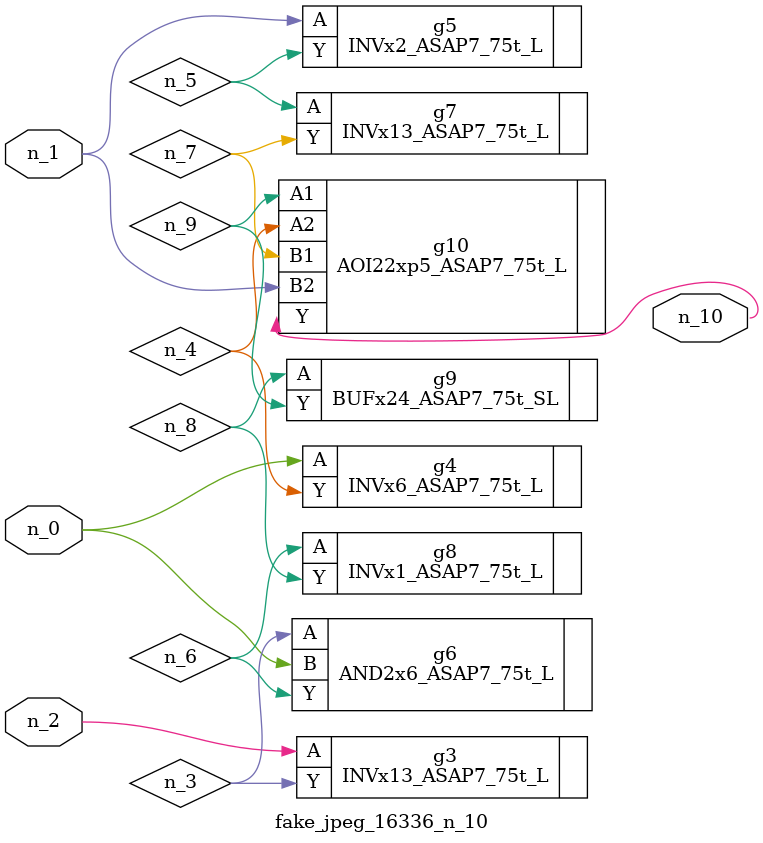
<source format=v>
module fake_jpeg_16336_n_10 (n_0, n_2, n_1, n_10);

input n_0;
input n_2;
input n_1;

output n_10;

wire n_3;
wire n_4;
wire n_8;
wire n_9;
wire n_6;
wire n_5;
wire n_7;

INVx13_ASAP7_75t_L g3 ( 
.A(n_2),
.Y(n_3)
);

INVx6_ASAP7_75t_L g4 ( 
.A(n_0),
.Y(n_4)
);

INVx2_ASAP7_75t_L g5 ( 
.A(n_1),
.Y(n_5)
);

AND2x6_ASAP7_75t_L g6 ( 
.A(n_3),
.B(n_0),
.Y(n_6)
);

INVx1_ASAP7_75t_L g8 ( 
.A(n_6),
.Y(n_8)
);

INVx13_ASAP7_75t_L g7 ( 
.A(n_5),
.Y(n_7)
);

BUFx24_ASAP7_75t_SL g9 ( 
.A(n_8),
.Y(n_9)
);

AOI22xp5_ASAP7_75t_L g10 ( 
.A1(n_9),
.A2(n_4),
.B1(n_7),
.B2(n_1),
.Y(n_10)
);


endmodule
</source>
